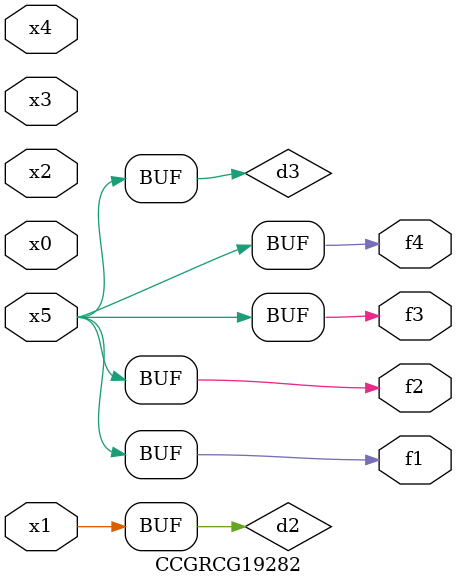
<source format=v>
module CCGRCG19282(
	input x0, x1, x2, x3, x4, x5,
	output f1, f2, f3, f4
);

	wire d1, d2, d3;

	not (d1, x5);
	or (d2, x1);
	xnor (d3, d1);
	assign f1 = d3;
	assign f2 = d3;
	assign f3 = d3;
	assign f4 = d3;
endmodule

</source>
